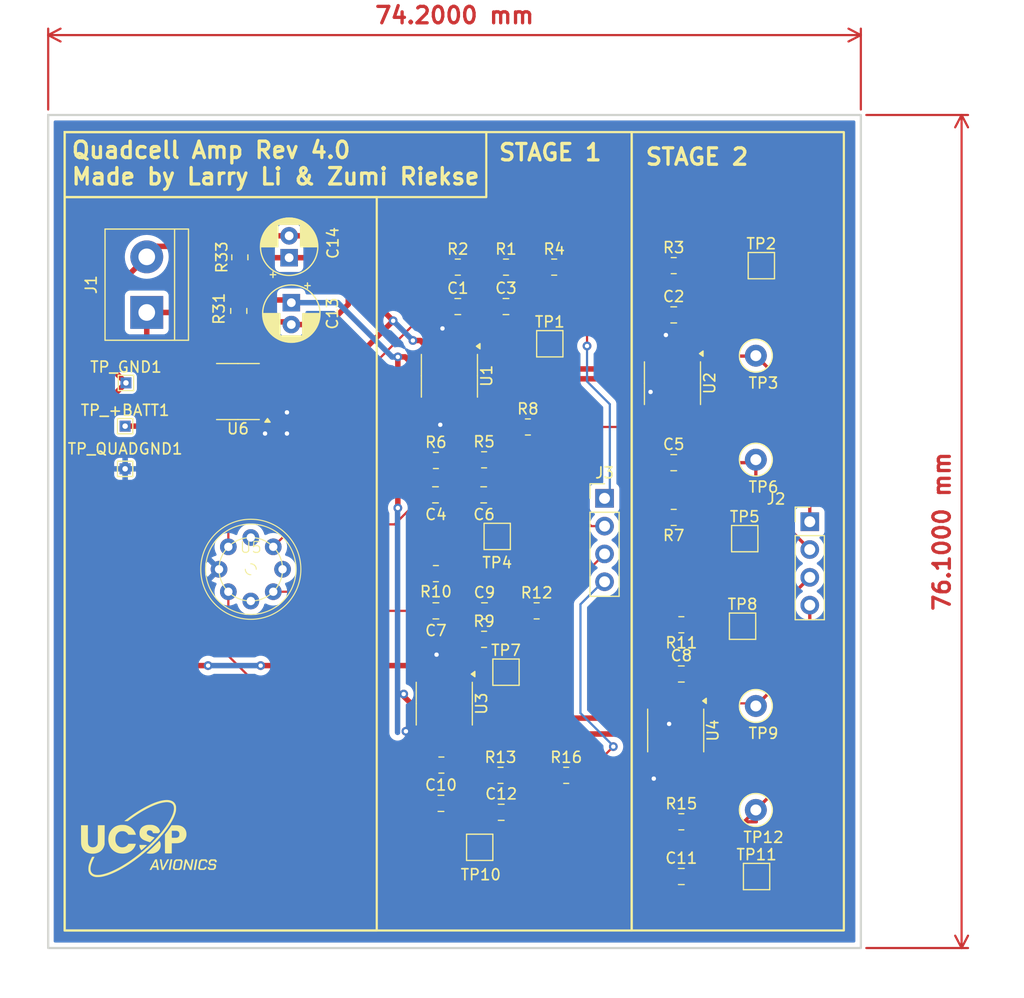
<source format=kicad_pcb>
(kicad_pcb (version 20240108) (generator "pcbnew") (generator_version "8.0")
  (layers (0 "F.Cu" signal) (31 "B.Cu" signal) (34 "B.Paste" user) (35 "F.Paste" user) (36 "B.SilkS" user "B.Silkscreen") (37 "F.SilkS" user "F.Silkscreen") (38 "B.Mask" user) (39 "F.Mask" user) (44 "Edge.Cuts" user))
  (net 0 "")
  (net 1 "/IN1")
  (net 2 "Net-(C3-Pad2)")
  (net 3 "/IN2")
  (net 4 "/IN3")
  (net 5 "/IN4")
  (net 6 "/STAGE1_OUT1")
  (net 7 "/STAGE2_OUT1")
  (net 8 "/STAGE2_OUT2")
  (net 9 "/STAGE1_OUT2")
  (net 10 "/STAGE1_OUT3")
  (net 11 "/STAGE2_OUT3")
  (net 12 "/STAGE2_OUT4")
  (net 13 "/STAGE1_OUT4")
  (net 14 "Net-(C6-Pad2)")
  (net 15 "VCC")
  (net 16 "GND")
  (net 17 "QUAD_GND")
  (net 18 "Net-(C12-Pad2)")
  (net 22 "Net-(C9-Pad2)")
  (net 23 "Net-(C1-Pad2)")
  (net 24 "Net-(C4-Pad2)")
  (net 25 "Net-(C7-Pad2)")
  (net 26 "Net-(C10-Pad2)")
  (net 27 "Net-(U6A-+)")
  (footprint "TestPoint:TestPoint_Pad_2.0x2.0mm" (layer "F.Cu") (at 149.115 53.2625)
    (property "Reference" "TP2")
    (property "Value" "TestPoint")
  )
  (footprint "Resistor_SMD:R_0805_2012Metric_Pad1.20x1.40mm_HandSolder" (layer "F.Cu") (at 123.8 87.4)
    (property "Reference" "R9")
    (property "Value" "68.1 kΩ")
  )
  (footprint "TestPoint:TestPoint_Pad_2.0x2.0mm" (layer "F.Cu") (at 125 78)
    (property "Reference" "TP4")
    (property "Value" "TestPoint")
  )
  (footprint "Capacitor_SMD:C_0805_2012Metric_Pad1.18x1.45mm_HandSolder" (layer "F.Cu") (at 141.115 57.7625)
    (property "Reference" "C2")
    (property "Value" "3 pf")
  )
  (footprint "Capacitor_SMD:C_0805_2012Metric_Pad1.18x1.45mm_HandSolder" (layer "F.Cu") (at 121.4 57)
    (property "Reference" "C1")
    (property "Value" "5 pf")
  )
  (footprint "Capacitor_SMD:C_0805_2012Metric_Pad1.18x1.45mm_HandSolder" (layer "F.Cu") (at 141.115 71.2625)
    (property "Reference" "C5")
    (property "Value" "3 pf")
  )
  (footprint "OSI:InGaAS-Q1000" (layer "F.Cu") (at 102.5 81)
    (property "Reference" "U5")
    (property "Value" "~")
  )
  (footprint "TestPoint:TestPoint_Loop_D2.50mm_Drill1.0mm" (layer "F.Cu") (at 148.6125 102.9875)
    (property "Reference" "TP12")
    (property "Value" "OUTPUT")
  )
  (footprint "Connector_PinHeader_2.54mm:PinHeader_1x04_P2.54mm_Vertical" (layer "F.Cu") (at 134.8 74.52)
    (property "Reference" "J3")
    (property "Value" "Conn_01x04_Pin")
  )
  (footprint "Resistor_SMD:R_0805_2012Metric_Pad1.20x1.40mm_HandSolder" (layer "F.Cu") (at 119.4 71.0625 180)
    (property "Reference" "R6")
    (property "Value" "100 MΩ")
  )
  (footprint "Capacitor_THT:CP_Radial_D5.0mm_P2.00mm" (layer "F.Cu") (at 106 52.5375 90)
    (property "Reference" "C14")
    (property "Value" "220µF")
  )
  (footprint "Resistor_SMD:R_0805_2012Metric_Pad1.20x1.40mm_HandSolder" (layer "F.Cu") (at 141.115 53.2625)
    (property "Reference" "R3")
    (property "Value" "15 MΩ")
  )
  (footprint "Resistor_SMD:R_0805_2012Metric_Pad1.20x1.40mm_HandSolder" (layer "F.Cu") (at 141.115 76.2625 180)
    (property "Reference" "R7")
    (property "Value" "15 MΩ")
  )
  (footprint "Resistor_SMD:R_0805_2012Metric_Pad1.20x1.40mm_HandSolder" (layer "F.Cu") (at 128.6 84.8)
    (property "Reference" "R12")
    (property "Value" "38.1 kΩ")
  )
  (footprint "TestPoint:TestPoint_Loop_D2.50mm_Drill1.0mm" (layer "F.Cu") (at 148.6125 93.4875)
    (property "Reference" "TP9")
    (property "Value" "OUTPUT")
  )
  (footprint "Resistor_SMD:R_0805_2012Metric_Pad1.20x1.40mm_HandSolder" (layer "F.Cu") (at 141.81 86.0675 180)
    (property "Reference" "R11")
    (property "Value" "15 MΩ")
  )
  (footprint "Capacitor_SMD:C_0805_2012Metric_Pad1.18x1.45mm_HandSolder" (layer "F.Cu") (at 125.8 57)
    (property "Reference" "C3")
    (property "Value" "330 pf")
  )
  (footprint "TerminalBlock:TerminalBlock_bornier-2_P5.08mm" (layer "F.Cu") (at 93 57.54 90)
    (property "Reference" "J1")
    (property "Value" "Screw_Terminal_01x02")
  )
  (footprint "Package_SO:SOIC-8_3.9x4.9mm_P1.27mm" (layer "F.Cu") (at 141 64 -90)
    (property "Reference" "U2")
    (property "Value" "LM2904")
  )
  (footprint "TestPoint:TestPoint_THTPad_1.0x1.0mm_Drill0.5mm" (layer "F.Cu") (at 91.025 71.825)
    (property "Reference" "TP_QUADGND1")
    (property "Value" "TestPoint")
  )
  (footprint "Resistor_SMD:R_0805_2012Metric_Pad1.20x1.40mm_HandSolder" (layer "F.Cu") (at 131.3 99.825)
    (property "Reference" "R16")
    (property "Value" "38.1 kΩ")
  )
  (footprint "Resistor_SMD:R_0805_2012Metric_Pad1.20x1.40mm_HandSolder" (layer "F.Cu") (at 123.8 71)
    (property "Reference" "R5")
    (property "Value" "68.1 kΩ")
  )
  (footprint "Package_SO:SOIC-8_3.9x4.9mm_P1.27mm" (layer "F.Cu") (at 120.635 63.325 -90)
    (property "Reference" "U1")
    (property "Value" "LM2904")
  )
  (footprint "Package_SO:SOIC-8_3.9x4.9mm_P1.27mm" (layer "F.Cu") (at 120.165 93.275 -90)
    (property "Reference" "U3")
    (property "Value" "LM2904")
  )
  (footprint "Resistor_SMD:R_0805_2012Metric_Pad1.20x1.40mm_HandSolder" (layer "F.Cu") (at 127.8 68)
    (property "Reference" "R8")
    (property "Value" "38.1 kΩ")
  )
  (footprint "Capacitor_SMD:C_0805_2012Metric_Pad1.18x1.45mm_HandSolder" (layer "F.Cu") (at 119.3625 74.2)
    (property "Reference" "C4")
    (property "Value" "5 pf")
  )
  (footprint "Resistor_SMD:R_0805_2012Metric_Pad1.20x1.40mm_HandSolder" (layer "F.Cu") (at 119.4 81.4 180)
    (property "Reference" "R10")
    (property "Value" "100 MΩ")
  )
  (footprint "Package_SO:SOIC-8_3.9x4.9mm_P1.27mm" (layer "F.Cu") (at 141.295 95.725 -90)
    (property "Reference" "U4")
    (property "Value" "LM2904")
  )
  (footprint "Package_SO:SOIC-8_3.9x4.9mm_P1.27mm" (layer "F.Cu") (at 101.325 64.765 180)
    (property "Reference" "U6")
    (property "Value" "LM2904")
  )
  (footprint "TestPoint:TestPoint_Pad_2.0x2.0mm" (layer "F.Cu") (at 129.8 60.4)
    (property "Reference" "TP1")
    (property "Value" "TestPoint")
  )
  (footprint "UCSP:UCSP_avionics_logo" (layer "F.Cu") (at 91.973233 105.633538)
    (property "Reference" "G***" (hide yes))
    (property "Value" "LOGO" (hide yes))
  )
  (footprint "Capacitor_SMD:C_0805_2012Metric_Pad1.18x1.45mm_HandSolder" (layer "F.Cu") (at 141.81 90.5675)
    (property "Reference" "C8")
    (property "Value" "3 pf")
  )
  (footprint "TestPoint:TestPoint_Pad_2.0x2.0mm" (layer "F.Cu") (at 125.8 90.4)
    (property "Reference" "TP7")
    (property "Value" "TestPoint")
  )
  (footprint "Resistor_SMD:R_0805_2012Metric_Pad1.20x1.40mm_HandSolder" (layer "F.Cu") (at 125.8 53.4)
    (property "Reference" "R1")
    (property "Value" "68.1k")
  )
  (footprint "TestPoint:TestPoint_THTPad_1.0x1.0mm_Drill0.5mm" (layer "F.Cu") (at 91.025 67.925)
    (property "Reference" "TP_+BATT1")
    (property "Value" "TestPoint")
  )
  (footprint "TestPoint:TestPoint_Pad_2.0x2.0mm" (layer "F.Cu") (at 123.4 106.4)
    (property "Reference" "TP10")
    (property "Value" "TestPoint")
  )
  (footprint "TestPoint:TestPoint_Pad_2.0x2.0mm" (layer "F.Cu") (at 147.6 78.2)
    (property "Reference" "TP5")
    (property "Value" "TestPoint")
  )
  (footprint "TestPoint:TestPoint_THTPad_1.0x1.0mm_Drill0.5mm" (layer "F.Cu") (at 91.1 63.975)
    (property "Reference" "TP_GND1")
    (property "Value" "TestPoint")
  )
  (footprint "Capacitor_SMD:C_0805_2012Metric_Pad1.18x1.45mm_HandSolder" (layer "F.Cu") (at 125.3625 103.2)
    (property "Reference" "C12")
    (property "Value" "330 pf")
  )
  (footprint "TestPoint:TestPoint_Loop_D2.50mm_Drill1.0mm" (layer "F.Cu") (at 148.6125 61.4875)
    (property "Reference" "TP3")
    (property "Value" "OUTPUT")
  )
  (footprint "Capacitor_SMD:C_0805_2012Metric_Pad1.18x1.45mm_HandSolder" (layer "F.Cu") (at 141.81 109.0675)
    (property "Reference" "C11")
    (property "Value" "3 pf")
  )
  (footprint "Capacitor_SMD:C_0805_2012Metric_Pad1.18x1.45mm_HandSolder" (layer "F.Cu") (at 123.8375 84.8)
    (property "Reference" "C9")
    (property "Value" "330 pf")
  )
  (footprint "Resistor_SMD:R_0805_2012Metric_Pad1.20x1.40mm_HandSolder" (layer "F.Cu") (at 119.9 98.8875)
    (property "Reference" "R14" (hide yes))
    (property "Value" "100 MΩ")
  )
  (footprint "TestPoint:TestPoint_Loop_D2.50mm_Drill1.0mm" (layer "F.Cu") (at 148.6125 70.9875)
    (property "Reference" "TP6")
    (property "Value" "OUTPUT")
  )
  (footprint "Resistor_SMD:R_0805_2012Metric_Pad1.20x1.40mm_HandSolder" (layer "F.Cu") (at 125.3 99.825)
    (property "Reference" "R13")
    (property "Value" "68.1 kΩ")
  )
  (footprint "TestPoint:TestPoint_Pad_2.0x2.0mm" (layer "F.Cu") (at 148.68 109.0675)
    (property "Reference" "TP11")
    (property "Value" "TestPoint")
  )
  (footprint "Capacitor_SMD:C_0805_2012Metric_Pad1.18x1.45mm_HandSolder" (layer "F.Cu") (at 119.4 84.8)
    (property "Reference" "C7")
    (property "Value" "5 pf")
  )
  (footprint "Resistor_SMD:R_0805_2012Metric_Pad1.20x1.40mm_HandSolder" (layer "F.Cu") (at 121.4 53.4)
    (property "Reference" "R2")
    (property "Value" "100 MΩ")
  )
  (footprint "Resistor_SMD:R_0805_2012Metric_Pad1.20x1.40mm_HandSolder" (layer "F.Cu") (at 141.81 104.0675)
    (property "Reference" "R15")
    (property "Value" "15 MΩ")
  )
  (footprint "Capacitor_THT:CP_Radial_D5.0mm_P2.00mm" (layer "F.Cu") (at 106.2 56.644888 -90)
    (property "Reference" "C13")
    (property "Value" "220µF")
  )
  (footprint "TestPoint:TestPoint_Pad_2.0x2.0mm" (layer "F.Cu") (at 147.4 86.2)
    (property "Reference" "TP8")
    (property "Value" "TestPoint")
  )
  (footprint "Capacitor_SMD:C_0805_2012Metric_Pad1.18x1.45mm_HandSolder" (layer "F.Cu") (at 119.8625 102.3875)
    (property "Reference" "C10")
    (property "Value" "5 pf")
  )
  (footprint "Connector_PinHeader_2.54mm:PinHeader_1x04_P2.54mm_Vertical" (layer "F.Cu") (at 153.5375 76.6575)
    (property "Reference" "J2")
    (property "Value" "Conn_01x04_Pin")
  )
  (footprint "Resistor_SMD:R_0805_2012Metric_Pad1.20x1.40mm_HandSolder" (layer "F.Cu") (at 101.5 52.5 90)
    (property "Reference" "R33")
    (property "Value" "4.7k")
  )
  (footprint "Resistor_SMD:R_0805_2012Metric_Pad1.20x1.40mm_HandSolder" (layer "F.Cu") (at 130.2 53.4)
    (property "Reference" "R4")
    (property "Value" "38.1 kΩ")
  )
  (footprint "Capacitor_SMD:C_0805_2012Metric_Pad1.18x1.45mm_HandSolder" (layer "F.Cu") (at 123.7625 74.2)
    (property "Reference" "C6")
    (property "Value" "330 pf")
  )
  (footprint "Resistor_SMD:R_0805_2012Metric_Pad1.20x1.40mm_HandSolder" (layer "F.Cu") (at 101.4 57.4 -90)
    (property "Reference" "R31")
    (property "Value" "4.7k")
  )
  (gr_rect (start 85.5 41.0625) (end 124 47) (stroke (width 0.2)) (fill none) (layer "F.SilkS"))
  (gr_rect (start 85.5 47) (end 114 114) (stroke (width 0.2)) (fill none) (layer "F.SilkS"))
  (gr_rect (start 137.275 41.0625) (end 156.65 113.995123) (stroke (width 0.2)) (fill none) (layer "F.SilkS"))
  (gr_rect (start 85.5 41.0625) (end 137.275 114) (stroke (width 0.2)) (fill none) (layer "F.SilkS"))
  (gr_rect (start 84 39.5) (end 158.2 115.6) (stroke (width 0.2)) (fill none) (layer "Edge.Cuts"))
  (gr_text "STAGE 1" (at 125 43.8 0) (layer "F.SilkS") (effects (font (size 1.5 1.5) (thickness 0.3) (bold yes)) (justify left bottom)))
  (gr_text "Quadcell Amp Rev 4.0\nMade by Larry Li & Zumi Riekse" (at 86 46 0) (layer "F.SilkS") (effects (font (size 1.5 1.5) (thickness 0.3) (bold yes)) (justify left bottom)))
  (gr_text "STAGE 2" (at 138.4 44.2 0) (layer "F.SilkS") (effects (font (size 1.5 1.5) (thickness 0.3) (bold yes)) (justify left bottom)))
  (dimension (type aligned) (layer "F.Cu") (pts (xy 158.2 39.5) (xy 158.2 115.6)) (height -9.2) (gr_text "76.1000 mm" (at 165.6 77.55 90) (layer "F.Cu") (effects (font (size 1.5 1.5) (thickness 0.3)))) (format (prefix "") (suffix "") (units 3) (units_format 1) (precision 4)) (style (thickness 0.2) (arrow_length 1.27) (text_position_mode 0) (extension_height 0.58642) (extension_offset 0.5) keep_text_aligned))
  (dimension (type aligned) (layer "F.Cu") (pts (xy 84 39.5) (xy 158.2 39.5)) (height -7.3) (gr_text "74.2000 mm" (at 121.1 30.4 0) (layer "F.Cu") (effects (font (size 1.5 1.5) (thickness 0.3)))) (format (prefix "") (suffix "") (units 3) (units_format 1) (precision 4)) (style (thickness 0.2) (arrow_length 1.27) (text_position_mode 0) (extension_height 0.58642) (extension_offset 0.5) keep_text_aligned))
  (segment (start 120.3625 57) (end 120.3625 53.4375) (width 0.2) (layer "F.Cu") (net 1))
  (segment (start 102 74) (end 119 57) (width 0.2) (layer "F.Cu") (net 1))
  (segment (start 121.27 60.85) (end 121.27 57.9075) (width 0.2) (layer "F.Cu") (net 1))
  (segment (start 100.44939 75.55061) (end 102 74) (width 0.2) (layer "F.Cu") (net 1))
  (segment (start 120.3625 53.4375) (end 120.6 53.2) (width 0.2) (layer "F.Cu") (net 1))
  (segment (start 119 57) (end 120.3625 57) (width 0.2) (layer "F.Cu") (net 1))
  (segment (start 121.27 57.9075) (end 120.3625 57) (width 0.2) (layer "F.Cu") (net 1))
  (segment (start 100.44939 78.94939) (end 100.44939 75.55061) (width 0.2) (layer "F.Cu") (net 1))
  (segment (start 126.9125 57.55) (end 126.8625 57.6) (width 0.2) (layer "F.Cu") (net 2))
  (segment (start 126.9125 53.1) (end 126.9125 57.55) (width 0.2) (layer "F.Cu") (net 2))
  (segment (start 126.8 53.4) (end 129.2 53.4) (width 0.2) (layer "F.Cu") (net 2))
  (segment (start 118.4 71.0625) (end 118.4 66.13) (width 0.2) (layer "F.Cu") (net 3))
  (segment (start 115.626219 76.898781) (end 118.325 74.2) (width 0.2) (layer "F.Cu") (net 3))
  (segment (start 118.325 74.2) (end 118.325 71.1375) (width 0.2) (layer "F.Cu") (net 3))
  (segment (start 104.55061 78.94939) (end 106.601219 76.898781) (width 0.2) (layer "F.Cu") (net 3))
  (segment (start 106.601219 76.898781) (end 115.626219 76.898781) (width 0.2) (layer "F.Cu") (net 3))
  (segment (start 118.4 66.13) (end 118.73 65.8) (width 0.2) (layer "F.Cu") (net 3))
  (segment (start 106.601219 76.898781) (end 106.698781 76.898781) (width 0.2) (layer "F.Cu") (net 3))
  (segment (start 118.325 71.1375) (end 118.4 71.0625) (width 0.2) (layer "F.Cu") (net 3))
  (segment (start 118.3625 81.4375) (end 118.4 81.4) (width 0.2) (layer "F.Cu") (net 4))
  (segment (start 113.101219 84.8) (end 118.3625 84.8) (width 0.2) (layer "F.Cu") (net 4))
  (segment (start 118.3625 86.3275) (end 120.8 88.765) (width 0.2) (layer "F.Cu") (net 4))
  (segment (start 120.8 88.765) (end 120.8 90.8) (width 0.2) (layer "F.Cu") (net 4))
  (segment (start 104.55061 83.05061) (end 111.351829 83.05061) (width 0.2) (layer "F.Cu") (net 4))
  (segment (start 118.3625 84.8) (end 118.3625 81.4375) (width 0.2) (layer "F.Cu") (net 4))
  (segment (start 111.351829 83.05061) (end 113.101219 84.8) (width 0.2) (layer "F.Cu") (net 4))
  (segment (start 118.3625 84.8) (end 118.3625 86.3275) (width 0.2) (layer "F.Cu") (net 4))
  (segment (start 114.6 103.0625) (end 118.9 103.0625) (width 0.2) (layer "F.Cu") (net 5))
  (segment (start 119.36 95.92) (end 119.53 95.75) (width 0.2) (layer "F.Cu") (net 5))
  (segment (start 118.9 98.5) (end 119.53 97.87) (width 0.2) (layer "F.Cu") (net 5))
  (segment (start 118.9 98.8875) (end 118.9 98.5) (width 0.2) (layer "F.Cu") (net 5))
  (segment (start 118.765 98.7525) (end 118.9 98.8875) (width 0.2) (layer "F.Cu") (net 5))
  (segment (start 119.53 97.87) (end 119.53 95.75) (width 0.2) (layer "F.Cu") (net 5))
  (segment (start 118.825 98.9625) (end 118.9 98.8875) (width 0.2) (layer "F.Cu") (net 5))
  (segment (start 100.44939 88.91189) (end 114.6 103.0625) (width 0.2) (layer "F.Cu") (net 5))
  (segment (start 118.825 102.3875) (end 118.825 98.9625) (width 0.2) (layer "F.Cu") (net 5))
  (segment (start 100.44939 83.05061) (end 100.44939 88.91189) (width 0.2) (layer "F.Cu") (net 5))
  (segment (start 141.635 59.32) (end 140.0775 57.7625) (width 0.2) (layer "F.Cu") (net 6))
  (segment (start 131.2 53.4) (end 139.9775 53.4) (width 0.2) (layer "F.Cu") (net 6))
  (segment (start 141.635 61.525) (end 141.635 59.32) (width 0.2) (layer "F.Cu") (net 6))
  (segment (start 141.075 51.2625) (end 147.115 51.2625) (width 0.2) (layer "F.Cu") (net 6))
  (segment (start 140.2525 57.94) (end 140.2525 57.7625) (width 0.2) (layer "F.Cu") (net 6))
  (segment (start 140.2025 57.7125) (end 140.2025 53.2625) (width 0.2) (layer "F.Cu") (net 6))
  (segment (start 131.2 55.025) (end 131.2 53.4) (width 0.2) (layer "F.Cu") (net 6))
  (segment (start 140.115 53.2625) (end 140.115 52.2225) (width 0.2) (layer "F.Cu") (net 6))
  (segment (start 133.2 60.6) (end 133.2 57.025) (width 0.2) (layer "F.Cu") (net 6))
  (segment (start 140.2525 57.7625) (end 140.2025 57.7125) (width 0.2) (layer "F.Cu") (net 6))
  (segment (start 140.115 52.2225) (end 141.075 51.2625) (width 0.2) (layer "F.Cu") (net 6))
  (segment (start 133.2 57.025) (end 131.2 55.025) (width 0.2) (layer "F.Cu") (net 6))
  (segment (start 139.7775 53.6) (end 140.115 53.2625) (width 0.2) (layer "F.Cu") (net 6))
  (segment (start 147.115 51.2625) (end 149.115 53.2625) (width 0.2) (layer "F.Cu") (net 6))
  (segment (start 139.9775 53.4) (end 140.115 53.2625) (width 0.2) (layer "F.Cu") (net 6))
  (via (at 133.2 60.6) (size 0.8) (drill 0.4) (layers "F.Cu" "B.Cu") (net 6))
  (segment (start 133.2 63.84) (end 135.28 65.92) (width 0.2) (layer "B.Cu") (net 6))
  (segment (start 133.2 60.6) (end 133.2 63.84) (width 0.2) (layer "B.Cu") (net 6))
  (segment (start 135.28 65.92) (end 135.28 74.32) (width 0.2) (layer "B.Cu") (net 6))
  (segment (start 148.6125 61.4875) (end 153.5375 66.4125) (width 0.3) (layer "F.Cu") (net 7))
  (segment (start 142.905 61.525) (end 142.905 58.515) (width 0.2) (layer "F.Cu") (net 7))
  (segment (start 142.905 58.515) (end 142.1525 57.7625) (width 0.2) (layer "F.Cu") (net 7))
  (segment (start 142.0275 53.2625) (end 142.0275 57.7125) (width 0.2) (layer "F.Cu") (net 7))
  (segment (start 142.905 61.525) (end 148.575 61.525) (width 0.3) (layer "F.Cu") (net 7))
  (segment (start 153.5375 66.4125) (end 153.5375 76.6575) (width 0.3) (layer "F.Cu") (net 7))
  (segment (start 142.905 61.525) (end 143.125 61.525) (width 0.2) (layer "F.Cu") (net 7))
  (segment (start 148.575 61.525) (end 148.6125 61.4875) (width 0.3) (layer "F.Cu") (net 7))
  (segment (start 143.125 61.525) (end 143.1625 61.4875) (width 0.2) (layer "F.Cu") (net 7))
  (segment (start 148.5638 61.5362) (end 148.6125 61.4875) (width 0.2) (layer "F.Cu") (net 7))
  (segment (start 142.0275 57.7125) (end 141.9775 57.7625) (width 0.2) (layer "F.Cu") (net 7))
  (segment (start 141.9775 57.7625) (end 141.9775 58.165) (width 0.2) (layer "F.Cu") (net 7))
  (segment (start 148.3638 61.7362) (end 148.6125 61.4875) (width 0.3) (layer "F.Cu") (net 7))
  (segment (start 148.6125 74.2725) (end 153.5375 79.1975) (width 0.3) (layer "F.Cu") (net 8))
  (segment (start 141.75 66.7263) (end 141.75 71.035) (width 0.2) (layer "F.Cu") (net 8))
  (segment (start 141.9775 71.2625) (end 141.9775 76.2125) (width 0.2) (layer "F.Cu") (net 8))
  (segment (start 148.6 71) (end 148.6125 70.9875) (width 0.2) (layer "F.Cu") (net 8))
  (segment (start 148.3375 71.2625) (end 148.6125 70.9875) (width 0.3) (layer "F.Cu") (net 8))
  (segment (start 148.6125 70.9875) (end 148.6125 74.2725) (width 0.3) (layer "F.Cu") (net 8))
  (segment (start 142.1525 71.2625) (end 148.3375 71.2625) (width 0.3) (layer "F.Cu") (net 8))
  (segment (start 142.365 71.05) (end 142.1525 71.2625) (width 0.3) (layer "F.Cu") (net 8))
  (segment (start 141.75 71.035) (end 141.9775 71.2625) (width 0.2) (layer "F.Cu") (net 8))
  (segment (start 141.9775 76.2125) (end 142.0275 76.2625) (width 0.2) (layer "F.Cu") (net 8))
  (segment (start 128.8 72.262081) (end 133.597919 77.06) (width 0.2) (layer "F.Cu") (net 9))
  (segment (start 139.4625 71.2625) (end 140.0775 71.2625) (width 0.2) (layer "F.Cu") (net 9))
  (segment (start 140.48 66.7263) (end 140.48 71.035) (width 0.2) (layer "F.Cu") (net 9))
  (segment (start 148.4 78.2) (end 142.0525 78.2) (width 0.2) (layer "F.Cu") (net 9))
  (segment (start 128.8 68) (end 136.2 68) (width 0.2) (layer "F.Cu") (net 9))
  (segment (start 133.597919 77.06) (end 134.8 77.06) (width 0.2) (layer "F.Cu") (net 9))
  (segment (start 140.2525 76.2125) (end 140.2025 76.2625) (width 0.2) (layer "F.Cu") (net 9))
  (segment (start 140.48 71.035) (end 140.2525 71.2625) (width 0.2) (layer "F.Cu") (net 9))
  (segment (start 140.115 76.2625) (end 140.115 76.8025) (width 0.2) (layer "F.Cu") (net 9))
  (segment (start 140.2525 71.2625) (end 140.2525 76.2125) (width 0.2) (layer "F.Cu") (net 9))
  (segment (start 136.2 68) (end 139.4625 71.2625) (width 0.2) (layer "F.Cu") (net 9))
  (segment (start 128.8 68) (end 128.8 72.262081) (width 0.2) (layer "F.Cu") (net 9))
  (segment (start 142.0525 78.2) (end 140.115 76.2625) (width 0.2) (layer "F.Cu") (net 9))
  (segment (start 140.81 85.5275) (end 142.27 84.0675) (width 0.2) (layer "F.Cu") (net 10))
  (segment (start 140.7725 90.5675) (end 141.93 91.725) (width 0.2) (layer "F.Cu") (net 10))
  (segment (start 140.8975 86.605) (end 140.8975 90.5175) (width 0.2) (layer "F.Cu") (net 10))
  (segment (start 142.27 84.0675) (end 145.2675 84.0675) (width 0.2) (layer "F.Cu") (net 10))
  (segment (start 145.2675 84.0675) (end 147.4 86.2) (width 0.2) (layer "F.Cu") (net 10))
  (segment (start 129.6 84.8) (end 135 79.4) (width 0.2) (layer "F.Cu") (net 10))
  (segment (start 141.93 91.725) (end 141.93 93.25) (width 0.2) (layer "F.Cu") (net 10))
  (segment (start 140.81 86.0675) (end 140.81 85.5275) (width 0.2) (layer "F.Cu") (net 10))
  (segment (start 143.2 90.92) (end 142.8475 90.5675) (width 0.2) (layer "F.Cu") (net 11))
  (segment (start 143.2 93.25) (end 143.2 90.92) (width 0.2) (layer "F.Cu") (net 11))
  (segment (start 150.8 91.3) (end 150.8 84.475) (width 0.3) (layer "F.Cu") (net 11))
  (segment (start 142.7225 86.0675) (end 142.7225 90.5175) (width 0.2) (layer "F.Cu") (net 11))
  (segment (start 148.375 93.25) (end 148.6125 93.4875) (width 0.2) (layer "F.Cu") (net 11))
  (segment (start 148.6125 93.4875) (end 150.8 91.3) (width 0.3) (layer "F.Cu") (net 11))
  (segment (start 148.3638 93.7362) (end 148.6125 93.4875) (width 0.3) (layer "F.Cu") (net 11))
  (segment (start 150.8 84.475) (end 153.5375 81.7375) (width 0.3) (layer "F.Cu") (net 11))
  (segment (start 148.5638 93.5362) (end 148.6125 93.4875) (width 0.2) (layer "F.Cu") (net 11))
  (segment (start 143.2 93.25) (end 149.505 93.25) (width 0.2) (layer "F.Cu") (net 11))
  (segment (start 148.6 103) (end 148.6125 102.9875) (width 0.2) (layer "F.Cu") (net 12))
  (segment (start 147.5325 104.0675) (end 148.6125 102.9875) (width 0.3) (layer "F.Cu") (net 12))
  (segment (start 142.7225 109.0175) (end 142.6725 109.0675) (width 0.2) (layer "F.Cu") (net 12))
  (segment (start 142.7225 104.0675) (end 142.7225 109.0175) (width 0.2) (layer "F.Cu") (net 12))
  (segment (start 141.93 103.1875) (end 142.81 104.0675) (width 0.2) (layer "F.Cu") (net 12))
  (segment (start 142.81 104.0675) (end 148.6625 104.0675) (width 0.3) (layer "F.Cu") (net 12))
  (segment (start 148.6125 102.9875) (end 153.5375 98.0625) (width 0.3) (layer "F.Cu") (net 12))
  (segment (start 153.5375 98.0625) (end 153.5375 84.2775) (width 0.3) (layer "F.Cu") (net 12))
  (segment (start 141.93 98.2) (end 141.93 103.1875) (width 0.2) (layer "F.Cu") (net 12))
  (segment (start 142.54 103.885) (end 142.7225 104.0675) (width 0.2) (layer "F.Cu") (net 12))
  (segment (start 140.7725 109.0675) (end 140.7725 110.07) (width 0.2) (layer "F.Cu") (net 13))
  (segment (start 140.81 104.0675) (end 140.81 98.35) (width 0.2) (layer "F.Cu") (net 13))
  (segment (start 140.7725 110.07) (end 141.77 111.0675) (width 0.2) (layer "F.Cu") (net 13))
  (segment (start 140.81 98.35) (end 140.66 98.2) (width 0.2) (layer "F.Cu") (net 13))
  (segment (start 146.68 111.0675) (end 148.68 109.0675) (width 0.2) (layer "F.Cu") (net 13))
  (segment (start 134.5 102.125) (end 136.4425 104.0675) (width 0.2) (layer "F.Cu") (net 13))
  (segment (start 146.68 111.0675) (end 141.77 111.0675) (width 0.2) (layer "F.Cu") (net 13))
  (segment (start 136.4425 104.0675) (end 140.81 104.0675) (width 0.2) (layer "F.Cu") (net 13))
  (segment (start 132.975 99.825) (end 135.6 97.2) (width 0.2) (layer "F.Cu") (net 13))
  (segment (start 140.9475 104.1175) (end 140.8975 104.0675) (width 0.2) (layer "F.Cu") (net 13))
  (segment (start 132.3 99.825) (end 132.975 99.825) (width 0.2) (layer "F.Cu") (net 13))
  (segment (start 140.9475 109.0675) (end 140.9475 104.1175) (width 0.2) (layer "F.Cu") (net 13))
  (segment (start 132.3 99.825) (end 132.3 102.125) (width 0.2) (layer "F.Cu") (net 13))
  (segment (start 141.27 103.695) (end 140.8975 104.0675) (width 0.2) (layer "F.Cu") (net 13))
  (segment (start 132.3 102.125) (end 134.5 102.125) (width 0.2) (layer "F.Cu") (net 13))
  (via (at 135.6 97.2) (size 0.8) (drill 0.4) (layers "F.Cu" "B.Cu") (net 13))
  (segment (start 135.4 96.94) (end 132.6 94.14) (width 0.2) (layer "B.Cu") (net 13))
  (segment (start 132.6 84.2) (end 134.6 82.2) (width 0.2) (layer "B.Cu") (net 13))
  (segment (start 135.6 97.2) (end 135.4 97) (width 0.2) (layer "B.Cu") (net 13))
  (segment (start 132.6 94.14) (end 132.6 84.2) (width 0.2) (layer "B.Cu") (net 13))
  (segment (start 135.4 97) (end 135.4 96.94) (width 0.2) (layer "B.Cu") (net 13))
  (segment (start 124.8 71) (end 126.8 69) (width 0.2) (layer "F.Cu") (net 14))
  (segment (start 124.8 74.2) (end 124.8 71) (width 0.2) (layer "F.Cu") (net 14))
  (segment (start 126.8 69) (end 126.8 68) (width 0.2) (layer "F.Cu") (net 14))
  (segment (start 141.005 63.6) (end 142.905 65.5) (width 0.5) (layer "F.Cu") (net 15))
  (segment (start 143.2 97.11) (end 143.2 98.2) (width 0.5) (layer "F.Cu") (net 15))
  (segment (start 122.07 95.75) (end 122.07 94.775001) (width 0.5) (layer "F.Cu") (net 15))
  (segment (start 120.542501 93.882501) (end 120.06 93.882501) (width 0.5) (layer "F.Cu") (net 15))
  (segment (start 105.955112 56.4) (end 106.2 56.644888) (width 0.5) (layer "F.Cu") (net 15))
  (segment (start 100.26 57.54) (end 101.4 56.4) (width 0.5) (layer "F.Cu") (net 15))
  (segment (start 106.2 56.644888) (end 106.355112 56.644888) (width 0.5) (layer "F.Cu") (net 15))
  (segment (start 115.9263 61.5987) (end 115.925 61.6) (width 0.5) (layer "F.Cu") (net 15))
  (segment (start 116.46 92.4) (end 116.46 92.6) (width 0.5) (layer "F.Cu") (net 15))
  (segment (start 93 67.2) (end 93.53 66.67) (width 0.5) (layer "F.Cu") (net 15))
  (segment (start 142.21 96.12) (end 143.2 97.11) (width 0.5) (layer "F.Cu") (net 15))
  (segment (start 93 57.54) (end 100.26 57.54) (width 0.5) (layer "F.Cu") (net 15))
  (segment (start 93.53 66.67) (end 98.85 66.67) (width 0.5) (layer "F.Cu") (net 15))
  (segment (start 122.54 64.54) (end 121.6 63.6) (width 0.5) (layer "F.Cu") (net 15))
  (segment (start 115.925 75.4) (end 115.925 61.6) (width 0.5) (layer "F.Cu") (net 15))
  (segment (start 115.925 61.6) (end 115.925 61.5875) (width 0.5) (layer "F.Cu") (net 15))
  (segment (start 92.275 67.925) (end 93 67.2) (width 0.5) (layer "F.Cu") (net 15))
  (segment (start 142.905 65.5) (end 142.905 66.475) (width 0.5) (layer "F.Cu") (net 15))
  (segment (start 92.275 67.925) (end 91.025 67.925) (width 0.5) (layer "F.Cu") (net 15))
  (segment (start 117.742501 93.882501) (end 120.06 93.882501) (width 0.5) (layer "F.Cu") (net 15))
  (segment (start 122.07 94.775001) (end 121.1775 93.882501) (width 0.5) (layer "F.Cu") (net 15))
  (segment (start 142.14 96.05) (end 122.37 96.05) (width 0.5) (layer "F.Cu") (net 15))
  (segment (start 122.54 65.8) (end 122.54 64.54) (width 0.5) (layer "F.Cu") (net 15))
  (segment (start 101.4 56.4) (end 105.955112 56.4) (width 0.5) (layer "F.Cu") (net 15))
  (segment (start 116.46 92.6) (end 117.742501 93.882501) (width 0.5) (layer "F.Cu") (net 15))
  (segment (start 121.1775 93.882501) (end 120.06 93.882501) (width 0.5) (layer "F.Cu") (net 15))
  (segment (start 121.6 63.6) (end 141.005 63.6) (width 0.5) (layer "F.Cu") (net 15))
  (segment (start 121.6 63.6) (end 118.5963 63.6) (width 0.5) (layer "F.Cu") (net 15))
  (segment (start 93 67.2) (end 93 57.54) (width 0.5) (layer "F.Cu") (net 15))
  (segment (start 118.5963 63.6) (end 116.595 61.5987) (width 0.5) (layer "F.Cu") (net 15))
  (segment (start 116.595 61.5987) (end 115.9263 61.5987) (width 0.5) (layer "F.Cu") (net 15))
  (segment (start 122.37 96.05) (end 122.07 95.75) (width 0.5) (layer "F.Cu") (net 15))
  (via (at 116.46 92.4) (size 0.8) (drill 0.4) (layers "F.Cu" "B.Cu") (net 15))
  (via (at 115.925 61.6) (size 0.8) (drill 0.4) (layers "F.Cu" "B.Cu") (net 15))
  (via (at 115.925 75.4) (size 0.8) (drill 0.4) (layers "F.Cu" "B.Cu") (net 15))
  (segment (start 115.4 61.6) (end 115.925 61.6) (width 0.5) (layer "B.Cu") (net 15))
  (segment (start 116.46 92.4) (end 116.36 92.3) (width 0.5) (layer "B.Cu") (net 15))
  (segment (start 115.9 95.9) (end 115.9 75.425) (width 0.5) (layer "B.Cu") (net 15))
  (segment (start 106.2 56.644888) (end 110.444888 56.644888) (width 0.5) (layer "B.Cu") (net 15))
  (segment (start 110.444888 56.644888) (end 115.4 61.6) (width 0.5) (layer "B.Cu") (net 15))
  (segment (start 115.9 75.425) (end 115.925 75.4) (width 0.5) (layer "B.Cu") (net 15))
  (segment (start 95.2 89.8) (end 88.6 83.2) (width 0.5) (layer "F.Cu") (net 16))
  (segment (start 124.2 92.8) (end 126 94.6) (width 0.5) (layer "F.Cu") (net 16))
  (segment (start 88.6 66.475) (end 88.6 83.2) (width 0.5) (layer "F.Cu") (net 16))
  (segment (start 117.3 60.1) (end 117.98 60.1) (width 0.5) (layer "F.Cu") (net 16))
  (segment (start 91.1 63.975) (end 88.6 66.475) (width 0.5) (layer "F.Cu") (net 16))
  (segment (start 122.767684 62.45) (end 123.017684 62.7) (width 0.5) (layer "F.Cu") (net 16))
  (segment (start 123.017684 62.7) (end 137.92 62.7) (width 0.5) (layer "F.Cu") (net 16))
  (segment (start 138.04 94.6) (end 139.39 93.25) (width 0.5) (layer "F.Cu") (net 16))
  (segment (start 93.96 51.5) (end 93 52.46) (width 0.5) (layer "F.Cu") (net 16))
  (segment (start 118.26 90.8) (end 118.26 91.774999) (width 0.5) (layer "F.Cu") (net 16))
  (segment (start 117.26 89.8) (end 118.26 90.8) (width 0.5) (layer "F.Cu") (net 16))
  (segment (start 107.7375 50.5375) (end 115.5 58.3) (width 0.5) (layer "F.Cu") (net 16))
  (segment (start 90.05 55.41) (end 90.05 62.925) (width 0.5) (layer "F.Cu") (net 16))
  (segment (start 117.98 60.1) (end 118.73 60.85) (width 0.5) (layer "F.Cu") (net 16))
  (segment (start 118.73 60.85) (end 118.73 61.824999) (width 0.5) (layer "F.Cu") (net 16))
  (segment (start 98.6 89.8) (end 95.2 89.8) (width 0.5) (layer "F.Cu") (net 16))
  (segment (start 93 52.46) (end 90.05 55.41) (width 0.5) (layer "F.Cu") (net 16))
  (segment (start 90.05 62.925) (end 91.1 63.975) (width 0.5) (layer "F.Cu") (net 16))
  (segment (start 106 50.5375) (end 107.7375 50.5375) (width 0.5) (layer "F.Cu") (net 16))
  (segment (start 103.8 62.86) (end 110.94 62.86) (width 0.5) (layer "F.Cu") (net 16))
  (segment (start 107.8 89.8) (end 103.4 89.8) (width 0.5) (layer "F.Cu") (net 16))
  (segment (start 119.285001 92.8) (end 124.2 92.8) (width 0.5) (layer "F.Cu") (net 16))
  (segment (start 126 94.6) (end 138.04 94.6) (width 0.5) (layer "F.Cu") (net 16))
  (segment (start 101.5 51.5) (end 93.96 51.5) (width 0.5) (layer "F.Cu") (net 16))
  (segment (start 137.92 62.7) (end 139.095 61.525) (width 0.5) (layer "F.Cu") (net 16))
  (segment (start 118.26 91.774999) (end 119.285001 92.8) (width 0.5) (layer "F.Cu") (net 16))
  (segment (start 107.8 89.8) (end 117.26 89.8) (width 0.5) (layer "F.Cu") (net 16))
  (segment (start 119.75 62.45) (end 120.4 62.45) (width 0.5) (layer "F.Cu") (net 16))
  (segment (start 101.5 51.5) (end 102.4625 50.5375) (width 0.5) (layer "F.Cu") (net 16))
  (segment (start 118.73 61.824999) (end 119.355001 62.45) (width 0.5) (layer "F.Cu") (net 16))
  (segment (start 120.4 62.45) (end 122.767684 62.45) (width 0.5) (layer "F.Cu") (net 16))
  (segment (start 102.4625 50.5375) (end 106 50.5375) (width 0.5) (layer "F.Cu") (net 16))
  (segment (start 119.355001 62.45) (end 120.4 62.45) (width 0.5) (layer "F.Cu") (net 16))
  (segment (start 110.94 62.86) (end 115.5 58.3) (width 0.5) (layer "F.Cu") (net 16))
  (via (at 117.3 60.1) (size 0.8) (drill 0.4) (layers "F.Cu" "B.Cu") (net 16))
  (via (at 103.4 89.8) (size 0.8) (drill 0.4) (layers "F.Cu" "B.Cu") (net 16))
  (via (at 98.6 89.8) (size 0.8) (drill 0.4) (layers "F.Cu" "B.Cu") (net 16))
  (via (at 115.5 58.3) (size 0.8) (drill 0.4) (layers "F.Cu" "B.Cu") (net 16))
  (segment (start 103.4 89.8) (end 98.6 89.8) (width 0.5) (layer "B.Cu") (net 16))
  (segment (start 115.5 58.3) (end 117.3 60.1) (width 0.5) (layer "B.Cu") (net 16))
  (segment (start 140.365 59.635) (end 140.4 59.6) (width 0.5) (layer "F.Cu") (net 17))
  (segment (start 105.8 68.6) (end 105.8 66.67) (width 0.5) (layer "F.Cu") (net 17))
  (segment (start 118.26 95.75) (end 116.71 95.75) (width 0.5) (layer "F.Cu") (net 17))
  (segment (start 103.8 68.6) (end 103.8 66.67) (width 0.5) (layer "F.Cu") (net 17))
  (segment (start 105.8 66.67) (end 103.8 66.67) (width 0.5) (layer "F.Cu") (net 17))
  (segment (start 139 64.8) (end 139.095 64.895) (width 0.5) (layer "F.Cu") (net 17))
  (segment (start 139.095 64.895) (end 139.095 66.475) (width 0.5) (layer "F.Cu") (net 17))
  (segment (start 140.365 61.525) (end 140.365 59.635) (width 0.5) (layer "F.Cu") (net 17))
  (segment (start 140.695 95.125) (end 140.695 93.285) (width 0.5) (layer "F.Cu") (net 17))
  (segment (start 119.8 67.8) (end 120 67.6) (width 0.5) (layer "F.Cu") (net 17))
  (segment (start 119.53 90.8) (end 119.53 88.87) (width 0.5) (layer "F.Cu") (net 17))
  (segment (start 116.71 95.75) (end 116.66 95.8) (width 0.5) (layer "F.Cu") (net 17))
  (segment (start 103.8 68.6) (end 105.8 68.6) (width 0.5) (layer "F.Cu") (net 17))
  (segment (start 139.295 100.125) (end 139.295 98.295) (width 0.5) (layer "F.Cu") (net 17))
  (segment (start 119.53 88.87) (end 119.46 88.8) (width 0.5) (layer "F.Cu") (net 17))
  (segment (start 120 67.6) (end 120 65.8) (width 0.5) (layer "F.Cu") (net 17))
  (segment (start 103.8 66.67) (end 103.8 65.4) (width 0.5) (layer "F.Cu") (net 17))
  (segment (start 120 59) (end 120 60.85) (width 0.5) (layer "F.Cu") (net 17))
  (via (at 119.8 67.8) (size 0.8) (drill 0.4) (layers "F.Cu" "B.Cu") (net 17))
  (via (at 103.8 68.6) (size 0.8) (drill 0.4) (layers "F.Cu" "B.Cu") (net 17))
  (via (at 116.66 95.8) (size 0.8) (drill 0.4) (layers "F.Cu" "B.Cu") (net 17))
  (via (at 119.46 88.8) (size 0.8) (drill 0.4) (layers "F.Cu" "B.Cu") (net 17))
  (via (at 140.695 95.125) (size 0.8) (drill 0.4) (layers "F.Cu" "B.Cu") (net 17))
  (via (at 105.8 68.6) (size 0.8) (drill 0.4) (layers "F.Cu" "B.Cu") (net 17))
  (via (at 120 59) (size 0.8) (drill 0.4) (layers "F.Cu" "B.Cu") (net 17))
  (via (at 140.4 59.6) (size 0.8) (drill 0.4) (layers "F.Cu" "B.Cu") (net 17))
  (via (at 139 64.8) (size 0.8) (drill 0.4) (layers "F.Cu" "B.Cu") (net 17))
  (via (at 105.8 66.67) (size 0.8) (drill 0.4) (layers "F.Cu" "B.Cu") (net 17))
  (via (at 139.295 100.125) (size 0.8) (drill 0.4) (layers "F.Cu" "B.Cu") (net 17))
  (segment (start 126.4 99.925) (end 126.3 99.825) (width 0.2) (layer "F.Cu") (net 18))
  (segment (start 130.3875 99.825) (end 126.2125 99.825) (width 0.2) (layer "F.Cu") (net 18))
  (segment (start 126.4 103.2) (end 126.4 99.925) (width 0.2) (layer "F.Cu") (net 18))
  (segment (start 124.8 87.4) (end 124.8 84.875) (width 0.2) (layer "F.Cu") (net 22))
  (segment (start 124.8 84.875) (end 124.875 84.8) (width 0.2) (layer "F.Cu") (net 22))
  (segment (start 124.875 84.8) (end 127.6 84.8) (width 0.2) (layer "F.Cu") (net 22))
  (segment (start 122.6 53.2) (end 124.9 53.2) (width 0.2) (layer "F.Cu") (net 23))
  (segment (start 122.4375 60.7475) (end 122.54 60.85) (width 0.2) (layer "F.Cu") (net 23))
  (segment (start 124.9 53.2) (end 125 53.1) (width 0.2) (layer "F.Cu") (net 23))
  (segment (start 126.8 60.4) (end 129.2 60.4) (width 0.2) (layer "F.Cu") (net 23))
  (segment (start 124.9625 57.6) (end 124.9625 58.5625) (width 0.2) (layer "F.Cu") (net 23))
  (segment (start 124.3625 57) (end 124.9625 57.6) (width 0.2) (layer "F.Cu") (net 23))
  (segment (start 124.7625 57) (end 122.4375 57) (width 0.2) (layer "F.Cu") (net 23))
  (segment (start 124.7625 53.4375) (end 124.8 53.4) (width 0.2) (layer "F.Cu") (net 23))
  (segment (start 124.7625 57) (end 124.7625 53.4375) (width 0.2) (layer "F.Cu") (net 23))
  (segment (start 129.2 60.4) (end 129.8 61) (width 0.2) (layer "F.Cu") (net 23))
  (segment (start 125.0875 57.55) (end 125.1375 57.6) (width 0.2) (layer "F.Cu") (net 23))
  (segment (start 122.4375 57.6) (end 122.4375 60.7475) (width 0.2) (layer "F.Cu") (net 23))
  (segment (start 124.9625 58.5625) (end 126.8 60.4) (width 0.2) (layer "F.Cu") (net 23))
  (segment (start 125 76.475) (end 125 78) (width 0.2) (layer "F.Cu") (net 24))
  (segment (start 120.4 74.2) (end 122.725 74.2) (width 0.2) (layer "F.Cu") (net 24))
  (segment (start 120.4 71.0625) (end 120.4 74.2) (width 0.2) (layer "F.Cu") (net 24))
  (segment (start 122.725 74.2) (end 122.725 71.125) (width 0.2) (layer "F.Cu") (net 24))
  (segment (start 125 76.475) (end 122.725 74.2) (width 0.2) (layer "F.Cu") (net 24))
  (segment (start 121.27 70.1925) (end 121.27 65.8) (width 0.2) (layer "F.Cu") (net 24))
  (segment (start 121.3412 66.5625) (end 121.305 66.5263) (width 0.2) (layer "F.Cu") (net 24))
  (segment (start 120.035 70.6975) (end 120.4 71.0625) (width 0.2) (layer "F.Cu") (net 24))
  (segment (start 120.4 71.0625) (end 121.27 70.1925) (width 0.2) (layer "F.Cu") (net 24))
  (segment (start 122.725 71.125) (end 122.6 71) (width 0.2) (layer "F.Cu") (net 24))
  (segment (start 120.4375 81.4375) (end 120.4 81.4) (width 0.2) (layer "F.Cu") (net 25))
  (segment (start 122.8 84.8) (end 120.4375 84.8) (width 0.2) (layer "F.Cu") (net 25))
  (segment (start 122.8 87.4) (end 122.8 84.8) (width 0.2) (layer "F.Cu") (net 25))
  (segment (start 120.4375 84.8) (end 120.4375 81.4375) (width 0.2) (layer "F.Cu") (net 25))
  (segment (start 124.325 103.2) (end 124.325 99.85) (width 0.2) (layer "F.Cu") (net 26))
  (segment (start 123.4 104.125) (end 124.325 103.2) (width 0.2) (layer "F.Cu") (net 26))
  (segment (start 123.4 106.4) (end 123.4 104.125) (width 0.2) (layer "F.Cu") (net 26))
  (segment (start 120.9 98.8875) (end 120.9 102.3875) (width 0.2) (layer "F.Cu") (net 26))
  (segment (start 124.3 99.825) (end 124.175 99.825) (width 0.2) (layer "F.Cu") (net 26))
  (segment (start 124.175 99.825) (end 123.2375 98.8875) (width 0.2) (layer "F.Cu") (net 26))
  (segment (start 124.325 99.85) (end 124.3 99.825) (width 0.2) (layer "F.Cu") (net 26))
  (segment (start 123.2375 98.8875) (end 120.9 98.8875) (width 0.2) (layer "F.Cu") (net 26))
  (segment (start 120.9 95.85) (end 120.8 95.75) (width 0.2) (layer "F.Cu") (net 26))
  (segment (start 120.9 98.8875) (end 120.9 95.85) (width 0.2) (layer "F.Cu") (net 26))
  (segment (start 101.575 53.575) (end 101.5 53.5) (width 0.5) (layer "F.Cu") (net 27))
  (segment (start 102.825001 64.13) (end 103.8 64.13) (width 0.5) (layer "F.Cu") (net 27))
  (segment (start 106 52.5375) (end 108.1375 52.5375) (width 0.5) (layer "F.Cu") (net 27))
  (segment (start 102.4625 52.5375) (end 101.5 53.5) (width 0.5) (layer "F.Cu") (net 27))
  (segment (start 101.4 58.4) (end 101.4 62.704999) (width 0.5) (layer "F.Cu") (net 27))
  (segment (start 101.4 62.704999) (end 102.825001 64.13) (width 0.5) (layer "F.Cu") (net 27))
  (segment (start 111.4 56.8) (end 109.555112 58.644888) (width 0.5) (layer "F.Cu") (net 27))
  (segment (start 106 52.5375) (end 102.4625 52.5375) (width 0.5) (layer "F.Cu") (net 27))
  (segment (start 109.555112 58.644888) (end 106.2 58.644888) (width 0.5) (layer "F.Cu") (net 27))
  (segment (start 101.4 58.4) (end 105.955112 58.4) (width 0.5) (layer "F.Cu") (net 27))
  (segment (start 111.4 55.8) (end 111.4 56.8) (width 0.5) (layer "F.Cu") (net 27))
  (segment (start 108.1375 52.5375) (end 111.4 55.8) (width 0.5) (layer "F.Cu") (net 27))
  (segment (start 105.955112 58.4) (end 106.2 58.644888) (width 0.5) (layer "F.Cu") (net 27))
  (zone (net 17) (net_name "QUAD_GND") (layer "B.Cu") (connect_pads (clearance 0.5)) (min_thickness 0.25) (fill yes (thermal_gap 0.5) (thermal_bridge_width 0.5))
    (polygon (pts (xy 79.6 36.6) (xy 161 36.4) (xy 160.8 119.6) (xy 80 120.2) (xy 80 36.8)))
  )
)
</source>
